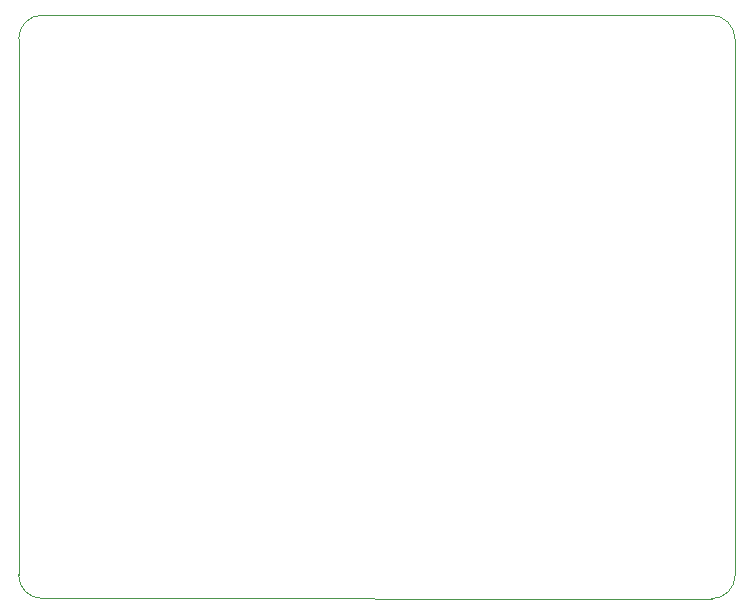
<source format=gbr>
%TF.GenerationSoftware,KiCad,Pcbnew,7.0.8*%
%TF.CreationDate,2024-07-01T13:11:13+02:00*%
%TF.ProjectId,PaperBot,50617065-7242-46f7-942e-6b696361645f,rev?*%
%TF.SameCoordinates,Original*%
%TF.FileFunction,Profile,NP*%
%FSLAX46Y46*%
G04 Gerber Fmt 4.6, Leading zero omitted, Abs format (unit mm)*
G04 Created by KiCad (PCBNEW 7.0.8) date 2024-07-01 13:11:13*
%MOMM*%
%LPD*%
G01*
G04 APERTURE LIST*
%TA.AperFunction,Profile*%
%ADD10C,0.100000*%
%TD*%
G04 APERTURE END LIST*
D10*
X97989200Y-91390000D02*
G75*
G03*
X99989214Y-93390000I2000000J0D01*
G01*
X156665786Y-93415786D02*
X99989214Y-93390000D01*
X97989214Y-91390000D02*
X97994214Y-46004214D01*
X99994214Y-44004214D02*
X156640330Y-44009937D01*
X99994214Y-44004214D02*
G75*
G03*
X97994214Y-46004214I-14J-1999986D01*
G01*
X158640330Y-46009937D02*
X158665786Y-91415786D01*
X156665786Y-93415786D02*
G75*
G03*
X158665786Y-91415786I14J1999986D01*
G01*
X158640263Y-46009937D02*
G75*
G03*
X156640330Y-44009937I-1999963J37D01*
G01*
M02*

</source>
